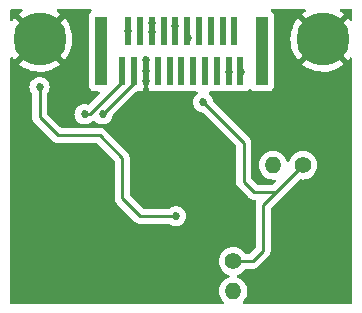
<source format=gbr>
%TF.GenerationSoftware,KiCad,Pcbnew,(6.0.0-0)*%
%TF.CreationDate,2022-03-07T03:13:55-05:00*%
%TF.ProjectId,color,636f6c6f-722e-46b6-9963-61645f706362,rev?*%
%TF.SameCoordinates,Original*%
%TF.FileFunction,Copper,L4,Bot*%
%TF.FilePolarity,Positive*%
%FSLAX46Y46*%
G04 Gerber Fmt 4.6, Leading zero omitted, Abs format (unit mm)*
G04 Created by KiCad (PCBNEW (6.0.0-0)) date 2022-03-07 03:13:55*
%MOMM*%
%LPD*%
G01*
G04 APERTURE LIST*
%TA.AperFunction,ComponentPad*%
%ADD10C,4.500000*%
%TD*%
%TA.AperFunction,ComponentPad*%
%ADD11C,1.400000*%
%TD*%
%TA.AperFunction,ComponentPad*%
%ADD12O,1.400000X1.400000*%
%TD*%
%TA.AperFunction,SMDPad,CuDef*%
%ADD13R,1.000000X5.850000*%
%TD*%
%TA.AperFunction,SMDPad,CuDef*%
%ADD14R,0.610000X2.410000*%
%TD*%
%TA.AperFunction,ViaPad*%
%ADD15C,0.685800*%
%TD*%
%TA.AperFunction,Conductor*%
%ADD16C,0.254000*%
%TD*%
G04 APERTURE END LIST*
D10*
%TO.P,H1,1,1*%
%TO.N,GND*%
X95000000Y-64000000D03*
%TD*%
%TO.P,H2,1,1*%
%TO.N,GND*%
X119000000Y-64000000D03*
%TD*%
D11*
%TO.P,R1,1*%
%TO.N,/5V*%
X111379000Y-82804000D03*
D12*
%TO.P,R1,2*%
%TO.N,/A1*%
X111379000Y-85344000D03*
%TD*%
D11*
%TO.P,R3,1*%
%TO.N,/5V*%
X117298000Y-74676000D03*
D12*
%TO.P,R3,2*%
%TO.N,/A0*%
X114758000Y-74676000D03*
%TD*%
D13*
%TO.P,J1,*%
%TO.N,*%
X100173500Y-65000000D03*
X113826500Y-65000000D03*
D14*
%TO.P,J1,1,SDA(E)*%
%TO.N,/SDA_EEPROM*%
X101996500Y-66720000D03*
%TO.P,J1,2,SCL(E)*%
%TO.N,/SCL_EEPROM*%
X102996500Y-66720000D03*
%TO.P,J1,3,GND*%
%TO.N,GND*%
X103996500Y-66720000D03*
%TO.P,J1,4,NC*%
%TO.N,unconnected-(J1-Pad4)*%
X104996500Y-66720000D03*
%TO.P,J1,5,~{RST}*%
%TO.N,/~{RST}*%
X105996500Y-66720000D03*
%TO.P,J1,6,SCK*%
%TO.N,/SCK*%
X106996500Y-66720000D03*
%TO.P,J1,7,MISO*%
%TO.N,/MISO*%
X107996500Y-66720000D03*
%TO.P,J1,8,MOSI*%
%TO.N,/MOSI*%
X108996500Y-66720000D03*
%TO.P,J1,9,CE*%
%TO.N,/CS*%
X109996500Y-66720000D03*
%TO.P,J1,10,SDA*%
%TO.N,/SDA*%
X110996500Y-66720000D03*
%TO.P,J1,11,SCL*%
%TO.N,/SCL*%
X111996500Y-66720000D03*
%TO.P,J1,12,NC*%
%TO.N,unconnected-(J1-Pad12)*%
X111496500Y-63280000D03*
%TO.P,J1,13,RX*%
%TO.N,/RXD*%
X110496500Y-63280000D03*
%TO.P,J1,14,TX*%
%TO.N,/TXD*%
X109496500Y-63280000D03*
%TO.P,J1,15,STAT*%
%TO.N,/Status*%
X108496500Y-63280000D03*
%TO.P,J1,16,A0*%
%TO.N,/A0*%
X107496500Y-63280000D03*
%TO.P,J1,17,A1*%
%TO.N,/A1*%
X106496500Y-63280000D03*
%TO.P,J1,18,NC*%
%TO.N,unconnected-(J1-Pad18)*%
X105496500Y-63280000D03*
%TO.P,J1,19,3V3*%
%TO.N,/3V3*%
X104496500Y-63280000D03*
%TO.P,J1,20,NC*%
%TO.N,unconnected-(J1-Pad20)*%
X103496500Y-63320000D03*
%TO.P,J1,21,5V*%
%TO.N,/5V*%
X102496500Y-63320000D03*
%TD*%
D15*
%TO.N,GND*%
X96012000Y-73152000D03*
X113538000Y-72009000D03*
X118364000Y-80391000D03*
X115189000Y-80391000D03*
X107950000Y-82804000D03*
X111252000Y-73914000D03*
X104013000Y-66675000D03*
X116459000Y-68961000D03*
X109855000Y-68707000D03*
X104013000Y-67564000D03*
X111125000Y-69977000D03*
X97282000Y-73152000D03*
X94742000Y-73152000D03*
X109220000Y-72263000D03*
X118237000Y-70104000D03*
X118364000Y-77597000D03*
X104013000Y-65786000D03*
%TO.N,/3V3*%
X106553000Y-78994000D03*
X104496500Y-63397500D03*
X104496500Y-62635500D03*
X94996000Y-68072000D03*
%TO.N,/SDA_EEPROM*%
X98806000Y-70358000D03*
%TO.N,/SDA*%
X110998000Y-66802000D03*
%TO.N,/SCL*%
X112014000Y-66802000D03*
%TO.N,/SCL_EEPROM*%
X100330000Y-70358000D03*
%TO.N,/5V*%
X108839000Y-69342000D03*
X102489000Y-63296800D03*
%TO.N,/A0*%
X107569000Y-63881000D03*
%TO.N,/A1*%
X106426000Y-62865000D03*
%TD*%
D16*
%TO.N,/5V*%
X111379000Y-82804000D02*
X113030000Y-82804000D01*
X113919000Y-78055000D02*
X115012000Y-76962000D01*
X113030000Y-82804000D02*
X113919000Y-81915000D01*
X113919000Y-81915000D02*
X113919000Y-78055000D01*
%TO.N,/3V3*%
X101981000Y-74041000D02*
X101981000Y-77470000D01*
X94996000Y-70612000D02*
X96520000Y-72136000D01*
X100076000Y-72136000D02*
X101981000Y-74041000D01*
X96520000Y-72136000D02*
X100076000Y-72136000D01*
X94996000Y-68072000D02*
X94996000Y-70612000D01*
X101981000Y-77470000D02*
X103505000Y-78994000D01*
X103505000Y-78994000D02*
X106553000Y-78994000D01*
%TO.N,/SDA_EEPROM*%
X101996500Y-66720000D02*
X101996500Y-67620000D01*
X101996500Y-67620000D02*
X99258500Y-70358000D01*
X99258500Y-70358000D02*
X98806000Y-70358000D01*
%TO.N,/SCL_EEPROM*%
X100330000Y-70358000D02*
X102996500Y-67691500D01*
X102996500Y-67691500D02*
X102996500Y-66720000D01*
%TO.N,/5V*%
X115012000Y-76962000D02*
X117298000Y-74676000D01*
X112268000Y-72771000D02*
X112268000Y-76073000D01*
X112268000Y-76073000D02*
X113157000Y-76962000D01*
X113157000Y-76962000D02*
X115012000Y-76962000D01*
X108839000Y-69342000D02*
X112268000Y-72771000D01*
%TD*%
%TA.AperFunction,Conductor*%
%TO.N,GND*%
G36*
X93508556Y-61466002D02*
G01*
X93555049Y-61519658D01*
X93565153Y-61589932D01*
X93535659Y-61654512D01*
X93504858Y-61680285D01*
X93450196Y-61712805D01*
X93443945Y-61717053D01*
X93250733Y-61866115D01*
X93242267Y-61877773D01*
X93248871Y-61889661D01*
X94987188Y-63627978D01*
X95001132Y-63635592D01*
X95002965Y-63635461D01*
X95009580Y-63631210D01*
X96750162Y-61890628D01*
X96757174Y-61877787D01*
X96749379Y-61867098D01*
X96579886Y-61733481D01*
X96573663Y-61729156D01*
X96492326Y-61679605D01*
X96444557Y-61627082D01*
X96432767Y-61557071D01*
X96460699Y-61491800D01*
X96519485Y-61451992D01*
X96557879Y-61446000D01*
X99286595Y-61446000D01*
X99354716Y-61466002D01*
X99401209Y-61519658D01*
X99411313Y-61589932D01*
X99381819Y-61654512D01*
X99362163Y-61672824D01*
X99310239Y-61711739D01*
X99222885Y-61828295D01*
X99171755Y-61964684D01*
X99165000Y-62026866D01*
X99165000Y-67973134D01*
X99171755Y-68035316D01*
X99222885Y-68171705D01*
X99310239Y-68288261D01*
X99426795Y-68375615D01*
X99563184Y-68426745D01*
X99625366Y-68433500D01*
X99980078Y-68433500D01*
X100048199Y-68453502D01*
X100094692Y-68507158D01*
X100104796Y-68577432D01*
X100075302Y-68642012D01*
X100069173Y-68648595D01*
X99202648Y-69515120D01*
X99140336Y-69549146D01*
X99075213Y-69545888D01*
X99070546Y-69543810D01*
X98983016Y-69525205D01*
X98901943Y-69507972D01*
X98901939Y-69507972D01*
X98895486Y-69506600D01*
X98716514Y-69506600D01*
X98710061Y-69507972D01*
X98710057Y-69507972D01*
X98628984Y-69525205D01*
X98541454Y-69543810D01*
X98535424Y-69546495D01*
X98535423Y-69546495D01*
X98383985Y-69613919D01*
X98383983Y-69613920D01*
X98377955Y-69616604D01*
X98372614Y-69620484D01*
X98372613Y-69620485D01*
X98268778Y-69695926D01*
X98233164Y-69721801D01*
X98113409Y-69854803D01*
X98110108Y-69860521D01*
X98045002Y-69973288D01*
X98023923Y-70009797D01*
X97968618Y-70180009D01*
X97967928Y-70186572D01*
X97967928Y-70186573D01*
X97964423Y-70219921D01*
X97949910Y-70358000D01*
X97950600Y-70364565D01*
X97952819Y-70385672D01*
X97968618Y-70535991D01*
X97970658Y-70542269D01*
X97970658Y-70542270D01*
X97973728Y-70551719D01*
X98023923Y-70706203D01*
X98113409Y-70861197D01*
X98117827Y-70866104D01*
X98117828Y-70866105D01*
X98203538Y-70961296D01*
X98233164Y-70994199D01*
X98238506Y-70998080D01*
X98238508Y-70998082D01*
X98372613Y-71095515D01*
X98377955Y-71099396D01*
X98383983Y-71102080D01*
X98383985Y-71102081D01*
X98535423Y-71169505D01*
X98541454Y-71172190D01*
X98628984Y-71190795D01*
X98710057Y-71208028D01*
X98710061Y-71208028D01*
X98716514Y-71209400D01*
X98895486Y-71209400D01*
X98901939Y-71208028D01*
X98901943Y-71208028D01*
X98983016Y-71190795D01*
X99070546Y-71172190D01*
X99076577Y-71169505D01*
X99228015Y-71102081D01*
X99228017Y-71102080D01*
X99234045Y-71099396D01*
X99373854Y-70997818D01*
X99414061Y-70978899D01*
X99417799Y-70978427D01*
X99425172Y-70975508D01*
X99425175Y-70975507D01*
X99459056Y-70962093D01*
X99470285Y-70958248D01*
X99486965Y-70953402D01*
X99512893Y-70945869D01*
X99519720Y-70941831D01*
X99519723Y-70941830D01*
X99530406Y-70935512D01*
X99548164Y-70926812D01*
X99559719Y-70922237D01*
X99559723Y-70922235D01*
X99562005Y-70921332D01*
X99562007Y-70921331D01*
X99567087Y-70919320D01*
X99567411Y-70920140D01*
X99630269Y-70906279D01*
X99696859Y-70930902D01*
X99715272Y-70947673D01*
X99757164Y-70994199D01*
X99762506Y-70998080D01*
X99762508Y-70998082D01*
X99896613Y-71095515D01*
X99901955Y-71099396D01*
X99907983Y-71102080D01*
X99907985Y-71102081D01*
X100059423Y-71169505D01*
X100065454Y-71172190D01*
X100152984Y-71190795D01*
X100234057Y-71208028D01*
X100234061Y-71208028D01*
X100240514Y-71209400D01*
X100419486Y-71209400D01*
X100425939Y-71208028D01*
X100425943Y-71208028D01*
X100507016Y-71190795D01*
X100594546Y-71172190D01*
X100600577Y-71169505D01*
X100752015Y-71102081D01*
X100752017Y-71102080D01*
X100758045Y-71099396D01*
X100763387Y-71095515D01*
X100897492Y-70998082D01*
X100897494Y-70998080D01*
X100902836Y-70994199D01*
X100932462Y-70961296D01*
X101018172Y-70866105D01*
X101018173Y-70866104D01*
X101022591Y-70861197D01*
X101112077Y-70706203D01*
X101162272Y-70551719D01*
X101165342Y-70542270D01*
X101165342Y-70542269D01*
X101167382Y-70535991D01*
X101176418Y-70450023D01*
X101203432Y-70384366D01*
X101212633Y-70374099D01*
X103116327Y-68470405D01*
X103178639Y-68436379D01*
X103205422Y-68433500D01*
X103349634Y-68433500D01*
X103411816Y-68426745D01*
X103419217Y-68423970D01*
X103419219Y-68423970D01*
X103452981Y-68411313D01*
X103523788Y-68406129D01*
X103541443Y-68411313D01*
X103573890Y-68423477D01*
X103589149Y-68427105D01*
X103640014Y-68432631D01*
X103646828Y-68433000D01*
X103724385Y-68433000D01*
X103739624Y-68428525D01*
X103740829Y-68427135D01*
X103742500Y-68419452D01*
X103742500Y-68218852D01*
X103754347Y-68172542D01*
X103752115Y-68171705D01*
X103755267Y-68163297D01*
X103803245Y-68035316D01*
X103810000Y-67973134D01*
X103810000Y-66592000D01*
X103830002Y-66523879D01*
X103883658Y-66477386D01*
X103936000Y-66466000D01*
X104057000Y-66466000D01*
X104125121Y-66486002D01*
X104171614Y-66539658D01*
X104183000Y-66592000D01*
X104183000Y-67973134D01*
X104189755Y-68035316D01*
X104237733Y-68163297D01*
X104240885Y-68171705D01*
X104238653Y-68172542D01*
X104250500Y-68218852D01*
X104250500Y-68414884D01*
X104254975Y-68430123D01*
X104256365Y-68431328D01*
X104264048Y-68432999D01*
X104346169Y-68432999D01*
X104352990Y-68432629D01*
X104403852Y-68427105D01*
X104419107Y-68423478D01*
X104451557Y-68411313D01*
X104522364Y-68406129D01*
X104540019Y-68411313D01*
X104573781Y-68423970D01*
X104573783Y-68423970D01*
X104581184Y-68426745D01*
X104643366Y-68433500D01*
X105349634Y-68433500D01*
X105411816Y-68426745D01*
X105452271Y-68411579D01*
X105523076Y-68406396D01*
X105540723Y-68411577D01*
X105581184Y-68426745D01*
X105643366Y-68433500D01*
X106349634Y-68433500D01*
X106411816Y-68426745D01*
X106452271Y-68411579D01*
X106523076Y-68406396D01*
X106540723Y-68411577D01*
X106581184Y-68426745D01*
X106643366Y-68433500D01*
X107349634Y-68433500D01*
X107411816Y-68426745D01*
X107452271Y-68411579D01*
X107523076Y-68406396D01*
X107540723Y-68411577D01*
X107581184Y-68426745D01*
X107643366Y-68433500D01*
X108253166Y-68433500D01*
X108321287Y-68453502D01*
X108367780Y-68507158D01*
X108377884Y-68577432D01*
X108348390Y-68642012D01*
X108327227Y-68661436D01*
X108320029Y-68666666D01*
X108266164Y-68705801D01*
X108146409Y-68838803D01*
X108056923Y-68993797D01*
X108001618Y-69164009D01*
X107982910Y-69342000D01*
X107983600Y-69348565D01*
X108000211Y-69506600D01*
X108001618Y-69519991D01*
X108056923Y-69690203D01*
X108060226Y-69695925D01*
X108060227Y-69695926D01*
X108091832Y-69750668D01*
X108146409Y-69845197D01*
X108266164Y-69978199D01*
X108271506Y-69982080D01*
X108271508Y-69982082D01*
X108318305Y-70016082D01*
X108410955Y-70083396D01*
X108416983Y-70086080D01*
X108416985Y-70086081D01*
X108568423Y-70153505D01*
X108574454Y-70156190D01*
X108749514Y-70193400D01*
X108752653Y-70193400D01*
X108817122Y-70219921D01*
X108827394Y-70229126D01*
X111595595Y-72997327D01*
X111629621Y-73059639D01*
X111632500Y-73086422D01*
X111632500Y-75993980D01*
X111631970Y-76005214D01*
X111630292Y-76012719D01*
X111630541Y-76020638D01*
X111632438Y-76081012D01*
X111632500Y-76084969D01*
X111632500Y-76112983D01*
X111632996Y-76116908D01*
X111632996Y-76116909D01*
X111633008Y-76117004D01*
X111633941Y-76128849D01*
X111635335Y-76173205D01*
X111637547Y-76180817D01*
X111641013Y-76192748D01*
X111645023Y-76212112D01*
X111647573Y-76232299D01*
X111650489Y-76239663D01*
X111650490Y-76239668D01*
X111663907Y-76273556D01*
X111667752Y-76284785D01*
X111680131Y-76327393D01*
X111684169Y-76334220D01*
X111684170Y-76334223D01*
X111690488Y-76344906D01*
X111699188Y-76362664D01*
X111703761Y-76374215D01*
X111703765Y-76374221D01*
X111706681Y-76381588D01*
X111711339Y-76387999D01*
X111711340Y-76388001D01*
X111732764Y-76417488D01*
X111739281Y-76427410D01*
X111757826Y-76458768D01*
X111757829Y-76458772D01*
X111761866Y-76465598D01*
X111776250Y-76479982D01*
X111789091Y-76495016D01*
X111801058Y-76511487D01*
X111833264Y-76538130D01*
X111835250Y-76539773D01*
X111844031Y-76547763D01*
X112651755Y-77355488D01*
X112659325Y-77363807D01*
X112663447Y-77370303D01*
X112669225Y-77375729D01*
X112669226Y-77375730D01*
X112713265Y-77417085D01*
X112716107Y-77419840D01*
X112735906Y-77439639D01*
X112739031Y-77442063D01*
X112739040Y-77442071D01*
X112739126Y-77442137D01*
X112748151Y-77449845D01*
X112780494Y-77480217D01*
X112787438Y-77484035D01*
X112787440Y-77484036D01*
X112798329Y-77490022D01*
X112814847Y-77500873D01*
X112830933Y-77513350D01*
X112871666Y-77530976D01*
X112882314Y-77536193D01*
X112921197Y-77557569D01*
X112928872Y-77559540D01*
X112928878Y-77559542D01*
X112940911Y-77562631D01*
X112959613Y-77569034D01*
X112978292Y-77577117D01*
X113012128Y-77582476D01*
X113022127Y-77584060D01*
X113033740Y-77586465D01*
X113076718Y-77597500D01*
X113097065Y-77597500D01*
X113116776Y-77599051D01*
X113129050Y-77600995D01*
X113136879Y-77602235D01*
X113144771Y-77601489D01*
X113181056Y-77598059D01*
X113192914Y-77597500D01*
X113232255Y-77597500D01*
X113300376Y-77617502D01*
X113346869Y-77671158D01*
X113356973Y-77741432D01*
X113342670Y-77784200D01*
X113327251Y-77812247D01*
X113327249Y-77812252D01*
X113323431Y-77819197D01*
X113321460Y-77826872D01*
X113321458Y-77826878D01*
X113318369Y-77838911D01*
X113311966Y-77857613D01*
X113303883Y-77876292D01*
X113302644Y-77884117D01*
X113296940Y-77920127D01*
X113294535Y-77931740D01*
X113283500Y-77974718D01*
X113283500Y-77995065D01*
X113281949Y-78014776D01*
X113278765Y-78034879D01*
X113279511Y-78042771D01*
X113282941Y-78079056D01*
X113283500Y-78090914D01*
X113283500Y-81599577D01*
X113263498Y-81667698D01*
X113246595Y-81688673D01*
X112803671Y-82131596D01*
X112741359Y-82165621D01*
X112714576Y-82168500D01*
X112474916Y-82168500D01*
X112406795Y-82148498D01*
X112371703Y-82114771D01*
X112311460Y-82028735D01*
X112311458Y-82028732D01*
X112308301Y-82024224D01*
X112158776Y-81874699D01*
X111985558Y-81753411D01*
X111980580Y-81751090D01*
X111980577Y-81751088D01*
X111798892Y-81666367D01*
X111798891Y-81666366D01*
X111793910Y-81664044D01*
X111788602Y-81662622D01*
X111788600Y-81662621D01*
X111594970Y-81610738D01*
X111594968Y-81610738D01*
X111589655Y-81609314D01*
X111379000Y-81590884D01*
X111168345Y-81609314D01*
X111163032Y-81610738D01*
X111163030Y-81610738D01*
X110969400Y-81662621D01*
X110969398Y-81662622D01*
X110964090Y-81664044D01*
X110959109Y-81666366D01*
X110959108Y-81666367D01*
X110777423Y-81751088D01*
X110777420Y-81751090D01*
X110772442Y-81753411D01*
X110599224Y-81874699D01*
X110449699Y-82024224D01*
X110328411Y-82197442D01*
X110326090Y-82202420D01*
X110326088Y-82202423D01*
X110253199Y-82358735D01*
X110239044Y-82389090D01*
X110237622Y-82394398D01*
X110237621Y-82394400D01*
X110230696Y-82420245D01*
X110184314Y-82593345D01*
X110165884Y-82804000D01*
X110184314Y-83014655D01*
X110239044Y-83218910D01*
X110241366Y-83223891D01*
X110241367Y-83223892D01*
X110325469Y-83404248D01*
X110328411Y-83410558D01*
X110449699Y-83583776D01*
X110599224Y-83733301D01*
X110772442Y-83854589D01*
X110777420Y-83856910D01*
X110777423Y-83856912D01*
X110959108Y-83941633D01*
X110964090Y-83943956D01*
X110969398Y-83945378D01*
X110969400Y-83945379D01*
X110995204Y-83952293D01*
X111055827Y-83989245D01*
X111086848Y-84053106D01*
X111078420Y-84123600D01*
X111033217Y-84178347D01*
X110995204Y-84195707D01*
X110969400Y-84202621D01*
X110969398Y-84202622D01*
X110964090Y-84204044D01*
X110959109Y-84206366D01*
X110959108Y-84206367D01*
X110777423Y-84291088D01*
X110777420Y-84291090D01*
X110772442Y-84293411D01*
X110599224Y-84414699D01*
X110449699Y-84564224D01*
X110328411Y-84737442D01*
X110239044Y-84929090D01*
X110184314Y-85133345D01*
X110165884Y-85344000D01*
X110184314Y-85554655D01*
X110239044Y-85758910D01*
X110328411Y-85950558D01*
X110449699Y-86123776D01*
X110540828Y-86214905D01*
X110574854Y-86277217D01*
X110569789Y-86348032D01*
X110527242Y-86404868D01*
X110460722Y-86429679D01*
X110451733Y-86430000D01*
X92629000Y-86430000D01*
X92560879Y-86409998D01*
X92514386Y-86356342D01*
X92503000Y-86304000D01*
X92503000Y-68072000D01*
X94139910Y-68072000D01*
X94158618Y-68249991D01*
X94213923Y-68420203D01*
X94217226Y-68425925D01*
X94217227Y-68425926D01*
X94218193Y-68427599D01*
X94303409Y-68575197D01*
X94328137Y-68602660D01*
X94358853Y-68666666D01*
X94360500Y-68686969D01*
X94360500Y-70532980D01*
X94359970Y-70544214D01*
X94358292Y-70551719D01*
X94358541Y-70559638D01*
X94360438Y-70620012D01*
X94360500Y-70623969D01*
X94360500Y-70651983D01*
X94360996Y-70655908D01*
X94360996Y-70655909D01*
X94361008Y-70656004D01*
X94361941Y-70667849D01*
X94363335Y-70712205D01*
X94365547Y-70719817D01*
X94369013Y-70731748D01*
X94373023Y-70751112D01*
X94375573Y-70771299D01*
X94378489Y-70778663D01*
X94378490Y-70778668D01*
X94391907Y-70812556D01*
X94395752Y-70823785D01*
X94408131Y-70866393D01*
X94412169Y-70873220D01*
X94412170Y-70873223D01*
X94418488Y-70883906D01*
X94427188Y-70901664D01*
X94431761Y-70913215D01*
X94431765Y-70913221D01*
X94434681Y-70920588D01*
X94439339Y-70926999D01*
X94439340Y-70927001D01*
X94460764Y-70956488D01*
X94467281Y-70966410D01*
X94485826Y-70997768D01*
X94485829Y-70997772D01*
X94489866Y-71004598D01*
X94504250Y-71018982D01*
X94517091Y-71034016D01*
X94529058Y-71050487D01*
X94535166Y-71055540D01*
X94563255Y-71078777D01*
X94572035Y-71086767D01*
X96014745Y-72529477D01*
X96022322Y-72537803D01*
X96026447Y-72544303D01*
X96032225Y-72549729D01*
X96032226Y-72549730D01*
X96076281Y-72591100D01*
X96079123Y-72593855D01*
X96098906Y-72613638D01*
X96102114Y-72616126D01*
X96111143Y-72623837D01*
X96143494Y-72654217D01*
X96150443Y-72658037D01*
X96161329Y-72664022D01*
X96177853Y-72674876D01*
X96193933Y-72687349D01*
X96201210Y-72690498D01*
X96234650Y-72704969D01*
X96245311Y-72710192D01*
X96277247Y-72727749D01*
X96277252Y-72727751D01*
X96284197Y-72731569D01*
X96291871Y-72733539D01*
X96291878Y-72733542D01*
X96303913Y-72736632D01*
X96322618Y-72743036D01*
X96334013Y-72747967D01*
X96341292Y-72751117D01*
X96368342Y-72755401D01*
X96385127Y-72758060D01*
X96396740Y-72760465D01*
X96439718Y-72771500D01*
X96460065Y-72771500D01*
X96479777Y-72773051D01*
X96499879Y-72776235D01*
X96507771Y-72775489D01*
X96544056Y-72772059D01*
X96555914Y-72771500D01*
X99760578Y-72771500D01*
X99828699Y-72791502D01*
X99849673Y-72808405D01*
X101308595Y-74267328D01*
X101342621Y-74329640D01*
X101345500Y-74356423D01*
X101345500Y-77390980D01*
X101344970Y-77402214D01*
X101343292Y-77409719D01*
X101344144Y-77436833D01*
X101345438Y-77478012D01*
X101345500Y-77481969D01*
X101345500Y-77509983D01*
X101345996Y-77513908D01*
X101345996Y-77513909D01*
X101346008Y-77514004D01*
X101346941Y-77525849D01*
X101348335Y-77570205D01*
X101352630Y-77584988D01*
X101354013Y-77589748D01*
X101358023Y-77609112D01*
X101360573Y-77629299D01*
X101363489Y-77636663D01*
X101363490Y-77636668D01*
X101376907Y-77670556D01*
X101380752Y-77681785D01*
X101393131Y-77724393D01*
X101397169Y-77731220D01*
X101397170Y-77731223D01*
X101403488Y-77741906D01*
X101412188Y-77759664D01*
X101416761Y-77771215D01*
X101416765Y-77771221D01*
X101419681Y-77778588D01*
X101424339Y-77784999D01*
X101424340Y-77785001D01*
X101445764Y-77814488D01*
X101452281Y-77824410D01*
X101470826Y-77855768D01*
X101470829Y-77855772D01*
X101474866Y-77862598D01*
X101489250Y-77876982D01*
X101502091Y-77892016D01*
X101514058Y-77908487D01*
X101520166Y-77913540D01*
X101548255Y-77936777D01*
X101557035Y-77944767D01*
X102999745Y-79387477D01*
X103007322Y-79395803D01*
X103011447Y-79402303D01*
X103017225Y-79407729D01*
X103017226Y-79407730D01*
X103061281Y-79449100D01*
X103064123Y-79451855D01*
X103083906Y-79471638D01*
X103087114Y-79474126D01*
X103096143Y-79481837D01*
X103128494Y-79512217D01*
X103135443Y-79516037D01*
X103146329Y-79522022D01*
X103162853Y-79532876D01*
X103178933Y-79545349D01*
X103186210Y-79548498D01*
X103219650Y-79562969D01*
X103230311Y-79568192D01*
X103262247Y-79585749D01*
X103262252Y-79585751D01*
X103269197Y-79589569D01*
X103276871Y-79591539D01*
X103276878Y-79591542D01*
X103288913Y-79594632D01*
X103307618Y-79601036D01*
X103319013Y-79605967D01*
X103326292Y-79609117D01*
X103353342Y-79613401D01*
X103370127Y-79616060D01*
X103381740Y-79618465D01*
X103424718Y-79629500D01*
X103445065Y-79629500D01*
X103464777Y-79631051D01*
X103484879Y-79634235D01*
X103492771Y-79633489D01*
X103529056Y-79630059D01*
X103540914Y-79629500D01*
X105938262Y-79629500D01*
X106006383Y-79649502D01*
X106012323Y-79653564D01*
X106124955Y-79735396D01*
X106130983Y-79738080D01*
X106130985Y-79738081D01*
X106282423Y-79805505D01*
X106288454Y-79808190D01*
X106375984Y-79826795D01*
X106457057Y-79844028D01*
X106457061Y-79844028D01*
X106463514Y-79845400D01*
X106642486Y-79845400D01*
X106648939Y-79844028D01*
X106648943Y-79844028D01*
X106730016Y-79826795D01*
X106817546Y-79808190D01*
X106823577Y-79805505D01*
X106975015Y-79738081D01*
X106975017Y-79738080D01*
X106981045Y-79735396D01*
X107125836Y-79630199D01*
X107130258Y-79625288D01*
X107241172Y-79502105D01*
X107241173Y-79502104D01*
X107245591Y-79497197D01*
X107335077Y-79342203D01*
X107390382Y-79171991D01*
X107409090Y-78994000D01*
X107390382Y-78816009D01*
X107335077Y-78645797D01*
X107245591Y-78490803D01*
X107125836Y-78357801D01*
X106981045Y-78252604D01*
X106975017Y-78249920D01*
X106975015Y-78249919D01*
X106823577Y-78182495D01*
X106823576Y-78182495D01*
X106817546Y-78179810D01*
X106730016Y-78161205D01*
X106648943Y-78143972D01*
X106648939Y-78143972D01*
X106642486Y-78142600D01*
X106463514Y-78142600D01*
X106457061Y-78143972D01*
X106457057Y-78143972D01*
X106375984Y-78161205D01*
X106288454Y-78179810D01*
X106282424Y-78182495D01*
X106282423Y-78182495D01*
X106130985Y-78249919D01*
X106130983Y-78249920D01*
X106124955Y-78252604D01*
X106119614Y-78256484D01*
X106119613Y-78256485D01*
X106012323Y-78334436D01*
X105945455Y-78358295D01*
X105938262Y-78358500D01*
X103820423Y-78358500D01*
X103752302Y-78338498D01*
X103731328Y-78321595D01*
X102653405Y-77243672D01*
X102619379Y-77181360D01*
X102616500Y-77154577D01*
X102616500Y-74120032D01*
X102617030Y-74108793D01*
X102618709Y-74101281D01*
X102616562Y-74032969D01*
X102616500Y-74029012D01*
X102616500Y-74001017D01*
X102615992Y-73996994D01*
X102615059Y-73985152D01*
X102613914Y-73948720D01*
X102613665Y-73940795D01*
X102607987Y-73921251D01*
X102603977Y-73901888D01*
X102602420Y-73889560D01*
X102602420Y-73889558D01*
X102601427Y-73881701D01*
X102598511Y-73874337D01*
X102598510Y-73874332D01*
X102585093Y-73840444D01*
X102581248Y-73829215D01*
X102571081Y-73794222D01*
X102568869Y-73786607D01*
X102564830Y-73779777D01*
X102558512Y-73769094D01*
X102549812Y-73751336D01*
X102545239Y-73739785D01*
X102545235Y-73739779D01*
X102542319Y-73732412D01*
X102516234Y-73696509D01*
X102509719Y-73686590D01*
X102491174Y-73655232D01*
X102491171Y-73655228D01*
X102487134Y-73648402D01*
X102472750Y-73634018D01*
X102459909Y-73618984D01*
X102452602Y-73608927D01*
X102447942Y-73602513D01*
X102413744Y-73574222D01*
X102404965Y-73566233D01*
X100581250Y-71742517D01*
X100573674Y-71734191D01*
X100569553Y-71727697D01*
X100519734Y-71680914D01*
X100516893Y-71678160D01*
X100497094Y-71658361D01*
X100493969Y-71655937D01*
X100493960Y-71655929D01*
X100493874Y-71655863D01*
X100484849Y-71648155D01*
X100458285Y-71623210D01*
X100452506Y-71617783D01*
X100434669Y-71607977D01*
X100418153Y-71597127D01*
X100402067Y-71584650D01*
X100361334Y-71567024D01*
X100350686Y-71561807D01*
X100339058Y-71555415D01*
X100311803Y-71540431D01*
X100304128Y-71538460D01*
X100304122Y-71538458D01*
X100292089Y-71535369D01*
X100273387Y-71528966D01*
X100254708Y-71520883D01*
X100220872Y-71515524D01*
X100210873Y-71513940D01*
X100199260Y-71511535D01*
X100156282Y-71500500D01*
X100135935Y-71500500D01*
X100116224Y-71498949D01*
X100103950Y-71497005D01*
X100096121Y-71495765D01*
X100088229Y-71496511D01*
X100051944Y-71499941D01*
X100040086Y-71500500D01*
X96835423Y-71500500D01*
X96767302Y-71480498D01*
X96746328Y-71463595D01*
X95668405Y-70385672D01*
X95634379Y-70323360D01*
X95631500Y-70296577D01*
X95631500Y-68686969D01*
X95651502Y-68618848D01*
X95663858Y-68602665D01*
X95688591Y-68575197D01*
X95773807Y-68427599D01*
X95774773Y-68425926D01*
X95774774Y-68425925D01*
X95778077Y-68420203D01*
X95833382Y-68249991D01*
X95852090Y-68072000D01*
X95833382Y-67894009D01*
X95778077Y-67723797D01*
X95688591Y-67568803D01*
X95568836Y-67435801D01*
X95424045Y-67330604D01*
X95418017Y-67327920D01*
X95418015Y-67327919D01*
X95266577Y-67260495D01*
X95266576Y-67260495D01*
X95260546Y-67257810D01*
X95173016Y-67239205D01*
X95091943Y-67221972D01*
X95091939Y-67221972D01*
X95085486Y-67220600D01*
X94906514Y-67220600D01*
X94900061Y-67221972D01*
X94900057Y-67221972D01*
X94818984Y-67239205D01*
X94731454Y-67257810D01*
X94725424Y-67260495D01*
X94725423Y-67260495D01*
X94573985Y-67327919D01*
X94573983Y-67327920D01*
X94567955Y-67330604D01*
X94423164Y-67435801D01*
X94303409Y-67568803D01*
X94213923Y-67723797D01*
X94158618Y-67894009D01*
X94139910Y-68072000D01*
X92503000Y-68072000D01*
X92503000Y-66121982D01*
X93243142Y-66121982D01*
X93250668Y-66132415D01*
X93396463Y-66249848D01*
X93402648Y-66254244D01*
X93678363Y-66426195D01*
X93685034Y-66429817D01*
X93979414Y-66567402D01*
X93986468Y-66570195D01*
X94295257Y-66671420D01*
X94302570Y-66673339D01*
X94621298Y-66736738D01*
X94628789Y-66737764D01*
X94952823Y-66762413D01*
X94960386Y-66762531D01*
X95285021Y-66748074D01*
X95292562Y-66747282D01*
X95613115Y-66693926D01*
X95620479Y-66692240D01*
X95932315Y-66600757D01*
X95939424Y-66598198D01*
X96238003Y-66469919D01*
X96244770Y-66466515D01*
X96525764Y-66303301D01*
X96532071Y-66299111D01*
X96750005Y-66134588D01*
X96758461Y-66123197D01*
X96751743Y-66110953D01*
X95012812Y-64372022D01*
X94998868Y-64364408D01*
X94997035Y-64364539D01*
X94990420Y-64368790D01*
X93250257Y-66108953D01*
X93243142Y-66121982D01*
X92503000Y-66121982D01*
X92503000Y-65647024D01*
X92523002Y-65578903D01*
X92576658Y-65532410D01*
X92646932Y-65522306D01*
X92711512Y-65551800D01*
X92729163Y-65570582D01*
X92865792Y-65749608D01*
X92877316Y-65758069D01*
X92889382Y-65751408D01*
X94627978Y-64012812D01*
X94634356Y-64001132D01*
X95364408Y-64001132D01*
X95364539Y-64002965D01*
X95368790Y-64009580D01*
X97108825Y-65749615D01*
X97121948Y-65756781D01*
X97132250Y-65749391D01*
X97241429Y-65615285D01*
X97245842Y-65609144D01*
X97419248Y-65334312D01*
X97422895Y-65327677D01*
X97562025Y-65034011D01*
X97564850Y-65026984D01*
X97667696Y-64718715D01*
X97669650Y-64711424D01*
X97734716Y-64393033D01*
X97735784Y-64385529D01*
X97762253Y-64060100D01*
X97762458Y-64055625D01*
X97763018Y-64002221D01*
X97762908Y-63997789D01*
X97743257Y-63671835D01*
X97742349Y-63664333D01*
X97683967Y-63344663D01*
X97682154Y-63337284D01*
X97585797Y-63026966D01*
X97583116Y-63019869D01*
X97450172Y-62723363D01*
X97446655Y-62716636D01*
X97279054Y-62438252D01*
X97274757Y-62431999D01*
X97133617Y-62251022D01*
X97121823Y-62242551D01*
X97110113Y-62249097D01*
X95372022Y-63987188D01*
X95364408Y-64001132D01*
X94634356Y-64001132D01*
X94635592Y-63998868D01*
X94635461Y-63997035D01*
X94631210Y-63990420D01*
X92890864Y-62250074D01*
X92877929Y-62243011D01*
X92867367Y-62250671D01*
X92741785Y-62408268D01*
X92737427Y-62414469D01*
X92736261Y-62416360D01*
X92735816Y-62416760D01*
X92735245Y-62417573D01*
X92735059Y-62417442D01*
X92683489Y-62463855D01*
X92613418Y-62475279D01*
X92548294Y-62447006D01*
X92508793Y-62388012D01*
X92503000Y-62350246D01*
X92503000Y-61572000D01*
X92523002Y-61503879D01*
X92576658Y-61457386D01*
X92629000Y-61446000D01*
X93440435Y-61446000D01*
X93508556Y-61466002D01*
G37*
%TD.AperFunction*%
%TA.AperFunction,Conductor*%
G36*
X117508556Y-61466002D02*
G01*
X117555049Y-61519658D01*
X117565153Y-61589932D01*
X117535659Y-61654512D01*
X117504858Y-61680285D01*
X117450196Y-61712805D01*
X117443945Y-61717053D01*
X117250733Y-61866115D01*
X117242267Y-61877773D01*
X117248871Y-61889661D01*
X118987188Y-63627978D01*
X119001132Y-63635592D01*
X119002965Y-63635461D01*
X119009580Y-63631210D01*
X120750162Y-61890628D01*
X120757174Y-61877787D01*
X120749379Y-61867098D01*
X120579886Y-61733481D01*
X120573663Y-61729156D01*
X120492326Y-61679605D01*
X120444557Y-61627082D01*
X120432767Y-61557071D01*
X120460699Y-61491800D01*
X120519485Y-61451992D01*
X120557879Y-61446000D01*
X121361000Y-61446000D01*
X121429121Y-61466002D01*
X121475614Y-61519658D01*
X121487000Y-61572000D01*
X121487000Y-62337698D01*
X121466998Y-62405819D01*
X121413342Y-62452312D01*
X121343068Y-62462416D01*
X121278488Y-62432922D01*
X121261643Y-62415184D01*
X121133617Y-62251022D01*
X121121823Y-62242551D01*
X121110113Y-62249097D01*
X119372022Y-63987188D01*
X119364408Y-64001132D01*
X119364539Y-64002965D01*
X119368790Y-64009580D01*
X121108825Y-65749615D01*
X121121948Y-65756781D01*
X121132250Y-65749391D01*
X121241429Y-65615285D01*
X121245838Y-65609149D01*
X121254437Y-65595520D01*
X121307703Y-65548581D01*
X121377891Y-65537891D01*
X121442715Y-65566844D01*
X121481596Y-65626248D01*
X121487000Y-65662754D01*
X121487000Y-86304000D01*
X121466998Y-86372121D01*
X121413342Y-86418614D01*
X121361000Y-86430000D01*
X112306267Y-86430000D01*
X112238146Y-86409998D01*
X112191653Y-86356342D01*
X112181549Y-86286068D01*
X112211043Y-86221488D01*
X112217172Y-86214905D01*
X112308301Y-86123776D01*
X112429589Y-85950558D01*
X112518956Y-85758910D01*
X112573686Y-85554655D01*
X112592116Y-85344000D01*
X112573686Y-85133345D01*
X112518956Y-84929090D01*
X112429589Y-84737442D01*
X112308301Y-84564224D01*
X112158776Y-84414699D01*
X111985558Y-84293411D01*
X111980580Y-84291090D01*
X111980577Y-84291088D01*
X111798892Y-84206367D01*
X111798891Y-84206366D01*
X111793910Y-84204044D01*
X111788602Y-84202622D01*
X111788600Y-84202621D01*
X111762796Y-84195707D01*
X111702173Y-84158755D01*
X111671152Y-84094894D01*
X111679580Y-84024400D01*
X111724783Y-83969653D01*
X111762796Y-83952293D01*
X111788600Y-83945379D01*
X111788602Y-83945378D01*
X111793910Y-83943956D01*
X111798892Y-83941633D01*
X111980577Y-83856912D01*
X111980580Y-83856910D01*
X111985558Y-83854589D01*
X112158776Y-83733301D01*
X112308301Y-83583776D01*
X112311460Y-83579265D01*
X112371703Y-83493229D01*
X112427160Y-83448901D01*
X112474916Y-83439500D01*
X112950980Y-83439500D01*
X112962214Y-83440030D01*
X112969719Y-83441708D01*
X113038012Y-83439562D01*
X113041969Y-83439500D01*
X113069983Y-83439500D01*
X113073908Y-83439004D01*
X113073909Y-83439004D01*
X113074004Y-83438992D01*
X113085849Y-83438059D01*
X113115670Y-83437122D01*
X113122282Y-83436914D01*
X113122283Y-83436914D01*
X113130205Y-83436665D01*
X113149749Y-83430987D01*
X113169112Y-83426977D01*
X113181440Y-83425420D01*
X113181442Y-83425420D01*
X113189299Y-83424427D01*
X113196663Y-83421511D01*
X113196668Y-83421510D01*
X113230556Y-83408093D01*
X113241785Y-83404248D01*
X113258465Y-83399402D01*
X113284393Y-83391869D01*
X113291220Y-83387831D01*
X113291223Y-83387830D01*
X113301906Y-83381512D01*
X113319664Y-83372812D01*
X113331215Y-83368239D01*
X113331221Y-83368235D01*
X113338588Y-83365319D01*
X113374491Y-83339234D01*
X113384410Y-83332719D01*
X113415768Y-83314174D01*
X113415772Y-83314171D01*
X113422598Y-83310134D01*
X113436982Y-83295750D01*
X113452016Y-83282909D01*
X113462073Y-83275602D01*
X113468487Y-83270942D01*
X113496773Y-83236750D01*
X113504763Y-83227969D01*
X114312488Y-82420245D01*
X114320807Y-82412675D01*
X114327303Y-82408553D01*
X114340594Y-82394400D01*
X114374085Y-82358735D01*
X114376840Y-82355893D01*
X114396639Y-82336094D01*
X114399063Y-82332969D01*
X114399071Y-82332960D01*
X114399137Y-82332874D01*
X114406845Y-82323849D01*
X114431790Y-82297285D01*
X114437217Y-82291506D01*
X114447023Y-82273669D01*
X114457873Y-82257153D01*
X114470350Y-82241067D01*
X114487976Y-82200334D01*
X114493193Y-82189686D01*
X114510749Y-82157751D01*
X114514569Y-82150803D01*
X114516540Y-82143128D01*
X114516542Y-82143122D01*
X114519631Y-82131089D01*
X114526034Y-82112387D01*
X114534117Y-82093708D01*
X114541060Y-82049873D01*
X114543467Y-82038251D01*
X114545910Y-82028736D01*
X114554500Y-81995282D01*
X114554500Y-81974935D01*
X114556051Y-81955224D01*
X114557995Y-81942950D01*
X114559235Y-81935121D01*
X114555059Y-81890944D01*
X114554500Y-81879086D01*
X114554500Y-78370422D01*
X114574502Y-78302301D01*
X114591405Y-78281327D01*
X115418982Y-77453750D01*
X115434016Y-77440909D01*
X115444073Y-77433602D01*
X115450487Y-77428942D01*
X115478778Y-77394744D01*
X115486767Y-77385965D01*
X116968865Y-75903867D01*
X117031177Y-75869841D01*
X117079840Y-75868876D01*
X117082033Y-75869263D01*
X117087345Y-75870686D01*
X117298000Y-75889116D01*
X117508655Y-75870686D01*
X117513968Y-75869262D01*
X117513970Y-75869262D01*
X117707600Y-75817379D01*
X117707602Y-75817378D01*
X117712910Y-75815956D01*
X117717892Y-75813633D01*
X117899577Y-75728912D01*
X117899580Y-75728910D01*
X117904558Y-75726589D01*
X118077776Y-75605301D01*
X118227301Y-75455776D01*
X118348589Y-75282558D01*
X118437956Y-75090910D01*
X118492686Y-74886655D01*
X118511116Y-74676000D01*
X118492686Y-74465345D01*
X118468591Y-74375420D01*
X118439379Y-74266400D01*
X118439378Y-74266398D01*
X118437956Y-74261090D01*
X118348589Y-74069442D01*
X118227301Y-73896224D01*
X118077776Y-73746699D01*
X117904558Y-73625411D01*
X117899580Y-73623090D01*
X117899577Y-73623088D01*
X117717892Y-73538367D01*
X117717891Y-73538366D01*
X117712910Y-73536044D01*
X117707602Y-73534622D01*
X117707600Y-73534621D01*
X117513970Y-73482738D01*
X117513968Y-73482738D01*
X117508655Y-73481314D01*
X117298000Y-73462884D01*
X117087345Y-73481314D01*
X117082032Y-73482738D01*
X117082030Y-73482738D01*
X116888400Y-73534621D01*
X116888398Y-73534622D01*
X116883090Y-73536044D01*
X116878109Y-73538366D01*
X116878108Y-73538367D01*
X116696423Y-73623088D01*
X116696420Y-73623090D01*
X116691442Y-73625411D01*
X116518224Y-73746699D01*
X116368699Y-73896224D01*
X116247411Y-74069442D01*
X116158044Y-74261090D01*
X116156622Y-74266398D01*
X116156621Y-74266400D01*
X116149707Y-74292204D01*
X116112755Y-74352827D01*
X116048894Y-74383848D01*
X115978400Y-74375420D01*
X115923653Y-74330217D01*
X115906293Y-74292204D01*
X115899379Y-74266400D01*
X115899378Y-74266398D01*
X115897956Y-74261090D01*
X115808589Y-74069442D01*
X115687301Y-73896224D01*
X115537776Y-73746699D01*
X115364558Y-73625411D01*
X115359580Y-73623090D01*
X115359577Y-73623088D01*
X115177892Y-73538367D01*
X115177891Y-73538366D01*
X115172910Y-73536044D01*
X115167602Y-73534622D01*
X115167600Y-73534621D01*
X114973970Y-73482738D01*
X114973968Y-73482738D01*
X114968655Y-73481314D01*
X114758000Y-73462884D01*
X114547345Y-73481314D01*
X114542032Y-73482738D01*
X114542030Y-73482738D01*
X114348400Y-73534621D01*
X114348398Y-73534622D01*
X114343090Y-73536044D01*
X114338109Y-73538366D01*
X114338108Y-73538367D01*
X114156423Y-73623088D01*
X114156420Y-73623090D01*
X114151442Y-73625411D01*
X113978224Y-73746699D01*
X113828699Y-73896224D01*
X113707411Y-74069442D01*
X113618044Y-74261090D01*
X113616622Y-74266398D01*
X113616621Y-74266400D01*
X113587409Y-74375420D01*
X113563314Y-74465345D01*
X113544884Y-74676000D01*
X113563314Y-74886655D01*
X113618044Y-75090910D01*
X113707411Y-75282558D01*
X113828699Y-75455776D01*
X113978224Y-75605301D01*
X114151442Y-75726589D01*
X114156420Y-75728910D01*
X114156423Y-75728912D01*
X114338108Y-75813633D01*
X114343090Y-75815956D01*
X114348398Y-75817378D01*
X114348400Y-75817379D01*
X114542030Y-75869262D01*
X114542032Y-75869262D01*
X114547345Y-75870686D01*
X114758000Y-75889116D01*
X114763475Y-75888637D01*
X114882336Y-75878238D01*
X114951941Y-75892227D01*
X115002934Y-75941627D01*
X115019124Y-76010753D01*
X114995372Y-76077658D01*
X114982413Y-76092854D01*
X114785672Y-76289595D01*
X114723360Y-76323621D01*
X114696577Y-76326500D01*
X113472423Y-76326500D01*
X113404302Y-76306498D01*
X113383327Y-76289595D01*
X112940404Y-75846671D01*
X112906379Y-75784359D01*
X112903500Y-75757576D01*
X112903500Y-72850020D01*
X112904029Y-72838791D01*
X112905708Y-72831281D01*
X112903562Y-72763001D01*
X112903500Y-72759044D01*
X112903500Y-72731017D01*
X112902989Y-72726971D01*
X112902057Y-72715136D01*
X112901032Y-72682491D01*
X112900664Y-72670795D01*
X112894987Y-72651254D01*
X112890978Y-72631894D01*
X112889421Y-72619566D01*
X112889420Y-72619563D01*
X112888427Y-72611701D01*
X112885510Y-72604335D01*
X112885509Y-72604329D01*
X112872091Y-72570439D01*
X112868246Y-72559210D01*
X112863915Y-72544303D01*
X112855869Y-72516607D01*
X112851836Y-72509788D01*
X112851834Y-72509783D01*
X112845510Y-72499091D01*
X112836813Y-72481341D01*
X112829319Y-72462412D01*
X112803240Y-72426517D01*
X112796722Y-72416595D01*
X112778170Y-72385224D01*
X112778166Y-72385219D01*
X112774134Y-72378401D01*
X112759747Y-72364014D01*
X112746906Y-72348980D01*
X112739602Y-72338927D01*
X112734942Y-72332513D01*
X112700750Y-72304227D01*
X112691971Y-72296238D01*
X109721633Y-69325900D01*
X109687607Y-69263588D01*
X109685418Y-69249976D01*
X109677072Y-69170573D01*
X109677072Y-69170572D01*
X109676382Y-69164009D01*
X109621077Y-68993797D01*
X109531591Y-68838803D01*
X109411836Y-68705801D01*
X109341879Y-68654974D01*
X109298525Y-68598751D01*
X109292450Y-68528015D01*
X109325582Y-68465224D01*
X109387402Y-68430312D01*
X109402336Y-68427775D01*
X109403959Y-68427599D01*
X109403963Y-68427598D01*
X109411816Y-68426745D01*
X109452271Y-68411579D01*
X109523076Y-68406396D01*
X109540723Y-68411577D01*
X109581184Y-68426745D01*
X109643366Y-68433500D01*
X110349634Y-68433500D01*
X110411816Y-68426745D01*
X110452271Y-68411579D01*
X110523076Y-68406396D01*
X110540723Y-68411577D01*
X110581184Y-68426745D01*
X110643366Y-68433500D01*
X111349634Y-68433500D01*
X111411816Y-68426745D01*
X111452271Y-68411579D01*
X111523076Y-68406396D01*
X111540723Y-68411577D01*
X111581184Y-68426745D01*
X111643366Y-68433500D01*
X112349634Y-68433500D01*
X112411816Y-68426745D01*
X112548205Y-68375615D01*
X112664761Y-68288261D01*
X112713174Y-68223664D01*
X112770033Y-68181149D01*
X112840852Y-68176123D01*
X112903145Y-68210183D01*
X112914826Y-68223664D01*
X112963239Y-68288261D01*
X113079795Y-68375615D01*
X113216184Y-68426745D01*
X113278366Y-68433500D01*
X114374634Y-68433500D01*
X114436816Y-68426745D01*
X114573205Y-68375615D01*
X114689761Y-68288261D01*
X114777115Y-68171705D01*
X114828245Y-68035316D01*
X114835000Y-67973134D01*
X114835000Y-66121982D01*
X117243142Y-66121982D01*
X117250668Y-66132415D01*
X117396463Y-66249848D01*
X117402648Y-66254244D01*
X117678363Y-66426195D01*
X117685034Y-66429817D01*
X117979414Y-66567402D01*
X117986468Y-66570195D01*
X118295257Y-66671420D01*
X118302570Y-66673339D01*
X118621298Y-66736738D01*
X118628789Y-66737764D01*
X118952823Y-66762413D01*
X118960386Y-66762531D01*
X119285021Y-66748074D01*
X119292562Y-66747282D01*
X119613115Y-66693926D01*
X119620479Y-66692240D01*
X119932315Y-66600757D01*
X119939424Y-66598198D01*
X120238003Y-66469919D01*
X120244770Y-66466515D01*
X120525764Y-66303301D01*
X120532071Y-66299111D01*
X120750005Y-66134588D01*
X120758461Y-66123197D01*
X120751743Y-66110953D01*
X119012812Y-64372022D01*
X118998868Y-64364408D01*
X118997035Y-64364539D01*
X118990420Y-64368790D01*
X117250257Y-66108953D01*
X117243142Y-66121982D01*
X114835000Y-66121982D01*
X114835000Y-63974858D01*
X116237299Y-63974858D01*
X116253456Y-64299410D01*
X116254287Y-64306939D01*
X116309318Y-64627198D01*
X116311051Y-64634585D01*
X116404156Y-64945909D01*
X116406759Y-64953022D01*
X116536595Y-65250913D01*
X116540037Y-65257669D01*
X116704720Y-65537803D01*
X116708943Y-65544088D01*
X116865792Y-65749608D01*
X116877316Y-65758069D01*
X116889382Y-65751408D01*
X118627978Y-64012812D01*
X118635592Y-63998868D01*
X118635461Y-63997035D01*
X118631210Y-63990420D01*
X116890864Y-62250074D01*
X116877929Y-62243011D01*
X116867367Y-62250671D01*
X116741785Y-62408268D01*
X116737428Y-62414467D01*
X116566913Y-62691094D01*
X116563333Y-62697770D01*
X116427287Y-62992878D01*
X116424537Y-62999929D01*
X116324927Y-63309251D01*
X116323044Y-63316584D01*
X116261316Y-63635632D01*
X116260329Y-63643132D01*
X116237378Y-63967277D01*
X116237299Y-63974858D01*
X114835000Y-63974858D01*
X114835000Y-62026866D01*
X114828245Y-61964684D01*
X114777115Y-61828295D01*
X114689761Y-61711739D01*
X114637838Y-61672825D01*
X114595325Y-61615966D01*
X114590300Y-61545148D01*
X114624359Y-61482855D01*
X114686691Y-61448865D01*
X114713405Y-61446000D01*
X117440435Y-61446000D01*
X117508556Y-61466002D01*
G37*
%TD.AperFunction*%
%TD*%
M02*

</source>
